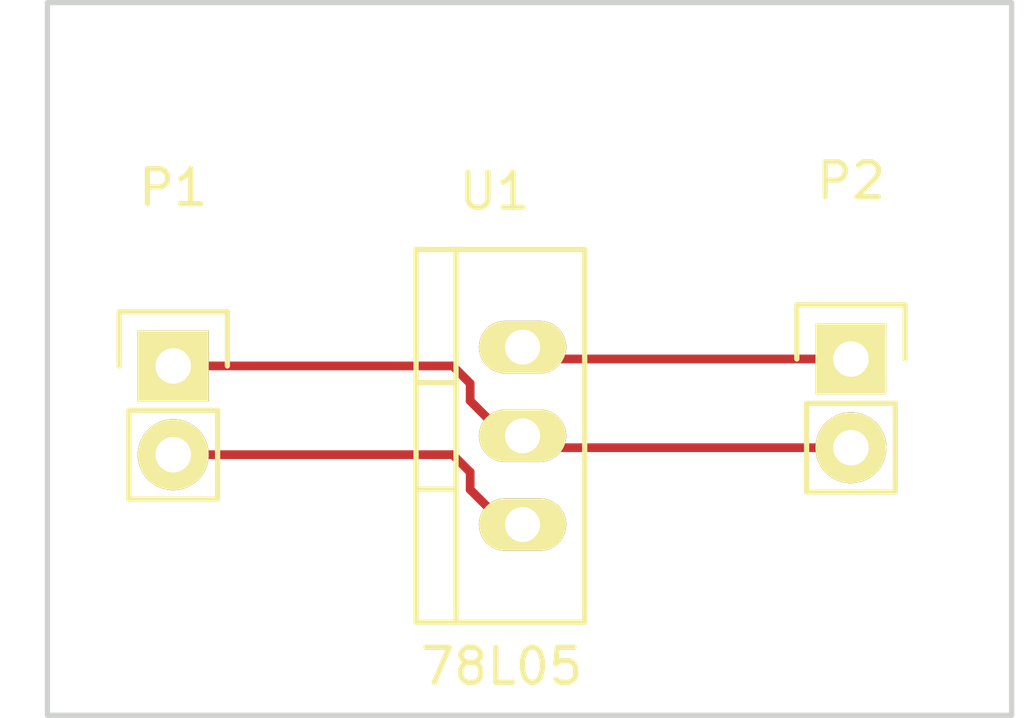
<source format=kicad_pcb>
(kicad_pcb (version 4) (host pcbnew "(2015-07-28 BZR 6012)-product")

  (general
    (links 4)
    (no_connects 4)
    (area 132.891667 92.324999 162.508334 112.875001)
    (thickness 1.6)
    (drawings 5)
    (tracks 14)
    (zones 0)
    (modules 3)
    (nets 4)
  )

  (page A4)
  (layers
    (0 F.Cu signal)
    (31 B.Cu signal)
    (32 B.Adhes user)
    (33 F.Adhes user)
    (34 B.Paste user)
    (35 F.Paste user)
    (36 B.SilkS user)
    (37 F.SilkS user)
    (38 B.Mask user)
    (39 F.Mask user)
    (40 Dwgs.User user)
    (41 Cmts.User user)
    (42 Eco1.User user)
    (43 Eco2.User user)
    (44 Edge.Cuts user)
    (45 Margin user)
    (46 B.CrtYd user)
    (47 F.CrtYd user)
    (48 B.Fab user)
    (49 F.Fab user)
  )

  (setup
    (last_trace_width 0.25)
    (trace_clearance 0.2)
    (zone_clearance 0.508)
    (zone_45_only no)
    (trace_min 0.2)
    (segment_width 0.2)
    (edge_width 0.15)
    (via_size 0.6)
    (via_drill 0.4)
    (via_min_size 0.4)
    (via_min_drill 0.3)
    (uvia_size 0.3)
    (uvia_drill 0.1)
    (uvias_allowed no)
    (uvia_min_size 0.2)
    (uvia_min_drill 0.1)
    (pcb_text_width 0.3)
    (pcb_text_size 1.5 1.5)
    (mod_edge_width 0.15)
    (mod_text_size 1 1)
    (mod_text_width 0.15)
    (pad_size 1.524 1.524)
    (pad_drill 0.762)
    (pad_to_mask_clearance 0.2)
    (aux_axis_origin 0 0)
    (visible_elements FFFFFF7F)
    (pcbplotparams
      (layerselection 0x010fc_80000001)
      (usegerberextensions false)
      (excludeedgelayer true)
      (linewidth 0.100000)
      (plotframeref false)
      (viasonmask false)
      (mode 1)
      (useauxorigin false)
      (hpglpennumber 1)
      (hpglpenspeed 20)
      (hpglpendiameter 15)
      (hpglpenoverlay 2)
      (psnegative false)
      (psa4output false)
      (plotreference true)
      (plotvalue true)
      (plotinvisibletext false)
      (padsonsilk false)
      (subtractmaskfromsilk true)
      (outputformat 1)
      (mirror false)
      (drillshape 0)
      (scaleselection 1)
      (outputdirectory gerbers/))
  )

  (net 0 "")
  (net 1 GND)
  (net 2 "Net-(P1-Pad2)")
  (net 3 "Net-(P2-Pad1)")

  (net_class Default "This is the default net class."
    (clearance 0.2)
    (trace_width 0.25)
    (via_dia 0.6)
    (via_drill 0.4)
    (uvia_dia 0.3)
    (uvia_drill 0.1)
    (add_net GND)
    (add_net "Net-(P1-Pad2)")
    (add_net "Net-(P2-Pad1)")
  )

  (module Pin_Headers:Pin_Header_Straight_1x02 placed (layer F.Cu) (tedit 54EA090C) (tstamp 55B99E91)
    (at 138 102.8)
    (descr "Through hole pin header")
    (tags "pin header")
    (path /55B99439)
    (fp_text reference P1 (at 0 -5.1) (layer F.SilkS)
      (effects (font (size 1 1) (thickness 0.15)))
    )
    (fp_text value CONN_01X02 (at 0 -3.1) (layer F.Fab)
      (effects (font (size 1 1) (thickness 0.15)))
    )
    (fp_line (start 1.27 1.27) (end 1.27 3.81) (layer F.SilkS) (width 0.15))
    (fp_line (start 1.55 -1.55) (end 1.55 0) (layer F.SilkS) (width 0.15))
    (fp_line (start -1.75 -1.75) (end -1.75 4.3) (layer F.CrtYd) (width 0.05))
    (fp_line (start 1.75 -1.75) (end 1.75 4.3) (layer F.CrtYd) (width 0.05))
    (fp_line (start -1.75 -1.75) (end 1.75 -1.75) (layer F.CrtYd) (width 0.05))
    (fp_line (start -1.75 4.3) (end 1.75 4.3) (layer F.CrtYd) (width 0.05))
    (fp_line (start 1.27 1.27) (end -1.27 1.27) (layer F.SilkS) (width 0.15))
    (fp_line (start -1.55 0) (end -1.55 -1.55) (layer F.SilkS) (width 0.15))
    (fp_line (start -1.55 -1.55) (end 1.55 -1.55) (layer F.SilkS) (width 0.15))
    (fp_line (start -1.27 1.27) (end -1.27 3.81) (layer F.SilkS) (width 0.15))
    (fp_line (start -1.27 3.81) (end 1.27 3.81) (layer F.SilkS) (width 0.15))
    (pad 1 thru_hole rect (at 0 0) (size 2.032 2.032) (drill 1.016) (layers *.Cu *.Mask F.SilkS)
      (net 1 GND))
    (pad 2 thru_hole oval (at 0 2.54) (size 2.032 2.032) (drill 1.016) (layers *.Cu *.Mask F.SilkS)
      (net 2 "Net-(P1-Pad2)"))
    (model Pin_Headers.3dshapes/Pin_Header_Straight_1x02.wrl
      (at (xyz 0 -0.05 0))
      (scale (xyz 1 1 1))
      (rotate (xyz 0 0 90))
    )
  )

  (module Pin_Headers:Pin_Header_Straight_1x02 (layer F.Cu) (tedit 54EA090C) (tstamp 55B99EA2)
    (at 157.4 102.6)
    (descr "Through hole pin header")
    (tags "pin header")
    (path /55B99499)
    (fp_text reference P2 (at 0 -5.1) (layer F.SilkS)
      (effects (font (size 1 1) (thickness 0.15)))
    )
    (fp_text value CONN_01X02 (at 0 -3.1) (layer F.Fab)
      (effects (font (size 1 1) (thickness 0.15)))
    )
    (fp_line (start 1.27 1.27) (end 1.27 3.81) (layer F.SilkS) (width 0.15))
    (fp_line (start 1.55 -1.55) (end 1.55 0) (layer F.SilkS) (width 0.15))
    (fp_line (start -1.75 -1.75) (end -1.75 4.3) (layer F.CrtYd) (width 0.05))
    (fp_line (start 1.75 -1.75) (end 1.75 4.3) (layer F.CrtYd) (width 0.05))
    (fp_line (start -1.75 -1.75) (end 1.75 -1.75) (layer F.CrtYd) (width 0.05))
    (fp_line (start -1.75 4.3) (end 1.75 4.3) (layer F.CrtYd) (width 0.05))
    (fp_line (start 1.27 1.27) (end -1.27 1.27) (layer F.SilkS) (width 0.15))
    (fp_line (start -1.55 0) (end -1.55 -1.55) (layer F.SilkS) (width 0.15))
    (fp_line (start -1.55 -1.55) (end 1.55 -1.55) (layer F.SilkS) (width 0.15))
    (fp_line (start -1.27 1.27) (end -1.27 3.81) (layer F.SilkS) (width 0.15))
    (fp_line (start -1.27 3.81) (end 1.27 3.81) (layer F.SilkS) (width 0.15))
    (pad 1 thru_hole rect (at 0 0) (size 2.032 2.032) (drill 1.016) (layers *.Cu *.Mask F.SilkS)
      (net 3 "Net-(P2-Pad1)"))
    (pad 2 thru_hole oval (at 0 2.54) (size 2.032 2.032) (drill 1.016) (layers *.Cu *.Mask F.SilkS)
      (net 1 GND))
    (model Pin_Headers.3dshapes/Pin_Header_Straight_1x02.wrl
      (at (xyz 0 -0.05 0))
      (scale (xyz 1 1 1))
      (rotate (xyz 0 0 90))
    )
  )

  (module WorkshopVregs:TO-220_Neutral123_Vertical placed (layer F.Cu) (tedit 55B9A1D8) (tstamp 55B99EB3)
    (at 148 104.8 90)
    (descr "TO-220, Neutral, Vertical,")
    (tags "TO-220, Neutral, Vertical,")
    (path /55B9979F)
    (fp_text reference U1 (at 7 -0.8 180) (layer F.SilkS)
      (effects (font (size 1 1) (thickness 0.15)))
    )
    (fp_text value 78L05 (at -6.6 -0.6 360) (layer F.SilkS)
      (effects (font (size 1 1) (thickness 0.15)))
    )
    (fp_line (start -1.524 -3.048) (end -1.524 -1.905) (layer F.SilkS) (width 0.15))
    (fp_line (start 1.524 -3.048) (end 1.524 -1.905) (layer F.SilkS) (width 0.15))
    (fp_line (start 5.334 -1.905) (end 5.334 1.778) (layer F.SilkS) (width 0.15))
    (fp_line (start 5.334 1.778) (end -5.334 1.778) (layer F.SilkS) (width 0.15))
    (fp_line (start -5.334 1.778) (end -5.334 -1.905) (layer F.SilkS) (width 0.15))
    (fp_line (start 5.334 -3.048) (end 5.334 -1.905) (layer F.SilkS) (width 0.15))
    (fp_line (start 5.334 -1.905) (end -5.334 -1.905) (layer F.SilkS) (width 0.15))
    (fp_line (start -5.334 -1.905) (end -5.334 -3.048) (layer F.SilkS) (width 0.15))
    (fp_line (start 0 -3.048) (end -5.334 -3.048) (layer F.SilkS) (width 0.15))
    (fp_line (start 0 -3.048) (end 5.334 -3.048) (layer F.SilkS) (width 0.15))
    (pad GND thru_hole oval (at 0 0 180) (size 2.49936 1.50114) (drill 1.00076) (layers *.Cu *.Mask F.SilkS)
      (net 1 GND))
    (pad VI thru_hole oval (at -2.54 0 180) (size 2.49936 1.50114) (drill 1.00076) (layers *.Cu *.Mask F.SilkS)
      (net 2 "Net-(P1-Pad2)"))
    (pad VO thru_hole oval (at 2.54 0 180) (size 2.49936 1.50114) (drill 1.00076) (layers *.Cu *.Mask F.SilkS)
      (net 3 "Net-(P2-Pad1)"))
    (model Transistors_TO-220.3dshapes/TO-220_Neutral123_Vertical.wrl
      (at (xyz 0 0 0))
      (scale (xyz 0.3937 0.3937 0.3937))
      (rotate (xyz 0 0 0))
    )
  )

  (gr_line (start 134.4 92.4) (end 134.6 92.4) (angle 90) (layer Edge.Cuts) (width 0.15))
  (gr_line (start 134.4 112.8) (end 134.4 92.4) (angle 90) (layer Edge.Cuts) (width 0.15))
  (gr_line (start 162 112.8) (end 134.4 112.8) (angle 90) (layer Edge.Cuts) (width 0.15))
  (gr_line (start 162 92.4) (end 162 112.8) (angle 90) (layer Edge.Cuts) (width 0.15))
  (gr_line (start 134.6 92.4) (end 162 92.4) (angle 90) (layer Edge.Cuts) (width 0.15))

  (segment (start 157.4 105.14) (end 148.34 105.14) (width 0.25) (layer F.Cu) (net 1))
  (segment (start 148.34 105.14) (end 148 104.8) (width 0.25) (layer F.Cu) (net 1))
  (segment (start 138 102.8) (end 146 102.8) (width 0.25) (layer F.Cu) (net 1))
  (segment (start 146 102.8) (end 146.50032 103.30032) (width 0.25) (layer F.Cu) (net 1))
  (segment (start 146.50032 103.30032) (end 146.50032 103.79943) (width 0.25) (layer F.Cu) (net 1))
  (segment (start 146.50032 103.79943) (end 147.50089 104.8) (width 0.25) (layer F.Cu) (net 1))
  (segment (start 147.50089 104.8) (end 148 104.8) (width 0.25) (layer F.Cu) (net 1))
  (segment (start 138 105.34) (end 146 105.34) (width 0.25) (layer F.Cu) (net 2))
  (segment (start 146 105.34) (end 146.50032 105.84032) (width 0.25) (layer F.Cu) (net 2))
  (segment (start 146.50032 105.84032) (end 146.50032 106.33943) (width 0.25) (layer F.Cu) (net 2))
  (segment (start 146.50032 106.33943) (end 147.50089 107.34) (width 0.25) (layer F.Cu) (net 2))
  (segment (start 147.50089 107.34) (end 148 107.34) (width 0.25) (layer F.Cu) (net 2))
  (segment (start 157.4 102.6) (end 148.34 102.6) (width 0.25) (layer F.Cu) (net 3))
  (segment (start 148.34 102.6) (end 148 102.26) (width 0.25) (layer F.Cu) (net 3))

)

</source>
